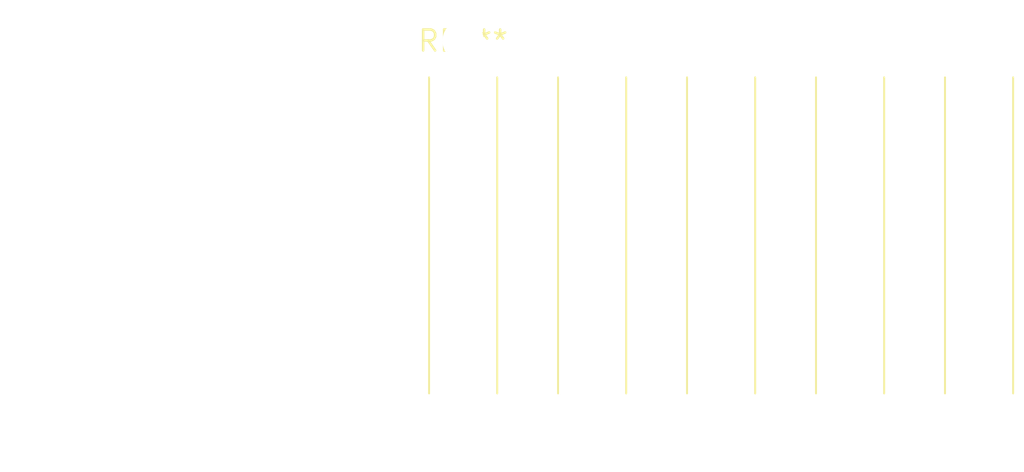
<source format=kicad_pcb>
(kicad_pcb (version 20240108) (generator pcbnew)
  (layers (0 "F.Cu" signal) (31 "B.Cu" signal) (34 "B.Paste" user) (35 "F.Paste" user) (36 "B.SilkS" user "B.Silkscreen") (37 "F.SilkS" user "F.Silkscreen") (38 "B.Mask" user) (39 "F.Mask" user) (44 "Edge.Cuts" user))
  (net 0 "")
  (footprint "SolderWire-2sqmm_1x05_P7.8mm_D2mm_OD3.9mm_Relief" (layer "F.Cu") (at 0 0)
    (property "Reference" "REF**")
    (property "Value" "SolderWire-2sqmm_1x05_P7.8mm_D2mm_OD3.9mm_Relief")
    (fp_line (start -2.06 2.21) (end -2.06 21.34) (layer "F.SilkS") (stroke (width 0.12)))
    (fp_line (start 2.06 2.21) (end 2.06 21.34) (layer "F.SilkS") (stroke (width 0.12)))
    (fp_line (start 5.74 2.21) (end 5.74 21.34) (layer "F.SilkS") (stroke (width 0.12)))
    (fp_line (start 9.86 2.21) (end 9.86 21.34) (layer "F.SilkS") (stroke (width 0.12)))
    (fp_line (start 13.54 2.21) (end 13.54 21.34) (layer "F.SilkS") (stroke (width 0.12)))
    (fp_line (start 17.66 2.21) (end 17.66 21.34) (layer "F.SilkS") (stroke (width 0.12)))
    (fp_line (start 21.34 2.21) (end 21.34 21.34) (layer "F.SilkS") (stroke (width 0.12)))
    (fp_line (start 25.46 2.21) (end 25.46 21.34) (layer "F.SilkS") (stroke (width 0.12)))
    (fp_line (start 29.14 2.21) (end 29.14 21.34) (layer "F.SilkS") (stroke (width 0.12)))
    (fp_line (start 33.26 2.21) (end 33.26 21.34) (layer "F.SilkS") (stroke (width 0.12)))
    (pad "" np_thru_hole circle (at 0 23.4) (size 4.4 4.4) (drill 4.4) (layers *.Cu *.Mask))
    (pad "" np_thru_hole circle (at 7.8 23.4) (size 4.4 4.4) (drill 4.4) (layers *.Cu *.Mask))
    (pad "" np_thru_hole circle (at 15.6 23.4) (size 4.4 4.4) (drill 4.4) (layers *.Cu *.Mask))
    (pad "" np_thru_hole circle (at 23.4 23.4) (size 4.4 4.4) (drill 4.4) (layers *.Cu *.Mask))
    (pad "" np_thru_hole circle (at 31.2 23.4) (size 4.4 4.4) (drill 4.4) (layers *.Cu *.Mask))
    (pad "1" thru_hole roundrect (at 0 0) (size 3.9 3.9) (drill 2.5) (layers *.Cu *.Mask) (remove_unused_layers) (roundrect_rratio 0.064103))
    (pad "2" thru_hole circle (at 7.8 0) (size 3.9 3.9) (drill 2.5) (layers *.Cu *.Mask) (remove_unused_layers))
    (pad "3" thru_hole circle (at 15.6 0) (size 3.9 3.9) (drill 2.5) (layers *.Cu *.Mask) (remove_unused_layers))
    (pad "4" thru_hole circle (at 23.4 0) (size 3.9 3.9) (drill 2.5) (layers *.Cu *.Mask) (remove_unused_layers))
    (pad "5" thru_hole circle (at 31.2 0) (size 3.9 3.9) (drill 2.5) (layers *.Cu *.Mask) (remove_unused_layers))
  )
)
</source>
